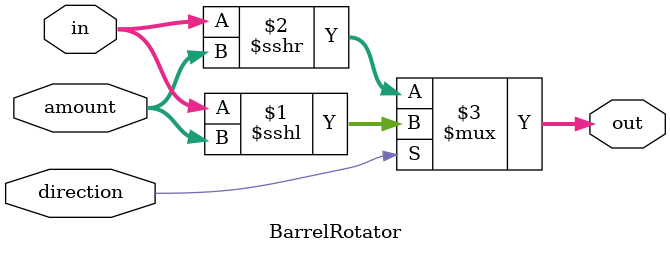
<source format=v>



module BarrelRotator #(parameter width=2) (
  input  [width-1:0] in,
  input  [15:0] amount,     // シフト量 (16ビット=65535シフトまで)
  input  direction,         // シフト方向 (right:0, left:1)
  output [width-1:0] out
);

  assign  out = (direction) ? (in <<< amount) : (in >>> amount);


endmodule
</source>
